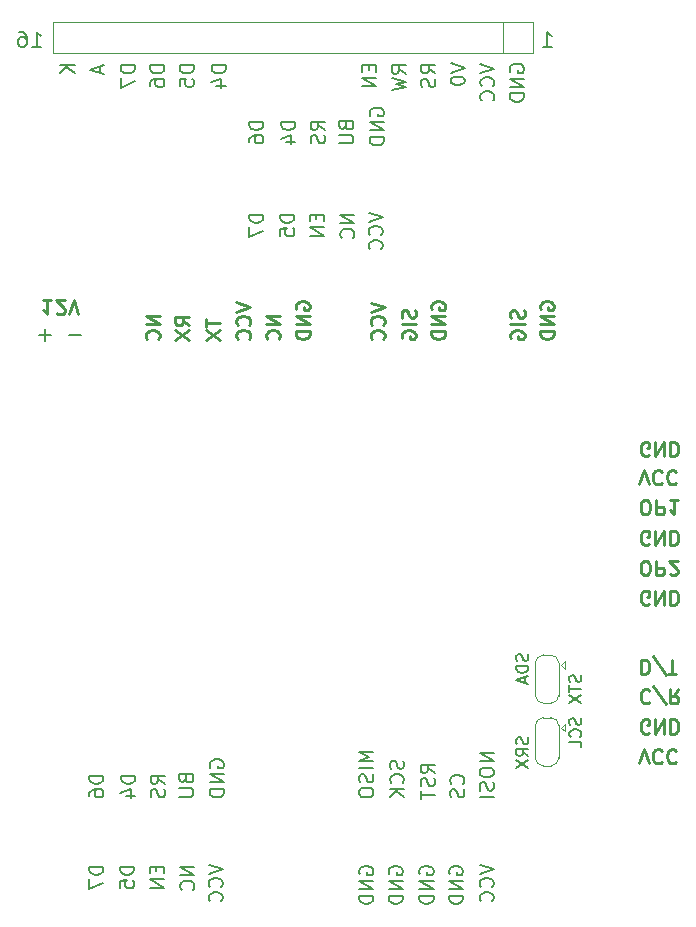
<source format=gbr>
%TF.GenerationSoftware,KiCad,Pcbnew,(6.0.6)*%
%TF.CreationDate,2022-12-21T22:14:54+09:00*%
%TF.ProjectId,SO2-GasSensor_DevelopmentKit_V1.0,534f322d-4761-4735-9365-6e736f725f44,rev?*%
%TF.SameCoordinates,Original*%
%TF.FileFunction,Legend,Bot*%
%TF.FilePolarity,Positive*%
%FSLAX46Y46*%
G04 Gerber Fmt 4.6, Leading zero omitted, Abs format (unit mm)*
G04 Created by KiCad (PCBNEW (6.0.6)) date 2022-12-21 22:14:54*
%MOMM*%
%LPD*%
G01*
G04 APERTURE LIST*
%ADD10C,0.120000*%
%ADD11C,0.250000*%
%ADD12C,0.200000*%
G04 APERTURE END LIST*
D10*
X78500000Y-96200000D02*
X81100000Y-96200000D01*
X78500000Y-98800000D02*
X81100000Y-98800000D01*
X81100000Y-96200000D02*
X81100000Y-98800000D01*
X40400000Y-98800000D02*
X78500000Y-98800000D01*
X78500000Y-98800000D02*
X78500000Y-96200000D01*
X78500000Y-96200000D02*
X40400000Y-96200000D01*
X40400000Y-96200000D02*
X40400000Y-98800000D01*
D11*
X53367857Y-121285714D02*
X53367857Y-121971428D01*
X54567857Y-121628571D02*
X53367857Y-121628571D01*
X53367857Y-122257142D02*
X54567857Y-123057142D01*
X53367857Y-123057142D02*
X54567857Y-122257142D01*
D12*
X53750000Y-159285714D02*
X53692857Y-159171428D01*
X53692857Y-159000000D01*
X53750000Y-158828571D01*
X53864285Y-158714285D01*
X53978571Y-158657142D01*
X54207142Y-158600000D01*
X54378571Y-158600000D01*
X54607142Y-158657142D01*
X54721428Y-158714285D01*
X54835714Y-158828571D01*
X54892857Y-159000000D01*
X54892857Y-159114285D01*
X54835714Y-159285714D01*
X54778571Y-159342857D01*
X54378571Y-159342857D01*
X54378571Y-159114285D01*
X54892857Y-159857142D02*
X53692857Y-159857142D01*
X54892857Y-160542857D01*
X53692857Y-160542857D01*
X54892857Y-161114285D02*
X53692857Y-161114285D01*
X53692857Y-161400000D01*
X53750000Y-161571428D01*
X53864285Y-161685714D01*
X53978571Y-161742857D01*
X54207142Y-161800000D01*
X54378571Y-161800000D01*
X54607142Y-161742857D01*
X54721428Y-161685714D01*
X54835714Y-161571428D01*
X54892857Y-161400000D01*
X54892857Y-161114285D01*
D11*
X90860714Y-140375000D02*
X90746428Y-140432142D01*
X90575000Y-140432142D01*
X90403571Y-140375000D01*
X90289285Y-140260714D01*
X90232142Y-140146428D01*
X90175000Y-139917857D01*
X90175000Y-139746428D01*
X90232142Y-139517857D01*
X90289285Y-139403571D01*
X90403571Y-139289285D01*
X90575000Y-139232142D01*
X90689285Y-139232142D01*
X90860714Y-139289285D01*
X90917857Y-139346428D01*
X90917857Y-139746428D01*
X90689285Y-139746428D01*
X91432142Y-139232142D02*
X91432142Y-140432142D01*
X92117857Y-139232142D01*
X92117857Y-140432142D01*
X92689285Y-139232142D02*
X92689285Y-140432142D01*
X92975000Y-140432142D01*
X93146428Y-140375000D01*
X93260714Y-140260714D01*
X93317857Y-140146428D01*
X93375000Y-139917857D01*
X93375000Y-139746428D01*
X93317857Y-139517857D01*
X93260714Y-139403571D01*
X93146428Y-139289285D01*
X92975000Y-139232142D01*
X92689285Y-139232142D01*
D12*
X79150000Y-100385714D02*
X79092857Y-100271428D01*
X79092857Y-100100000D01*
X79150000Y-99928571D01*
X79264285Y-99814285D01*
X79378571Y-99757142D01*
X79607142Y-99700000D01*
X79778571Y-99700000D01*
X80007142Y-99757142D01*
X80121428Y-99814285D01*
X80235714Y-99928571D01*
X80292857Y-100100000D01*
X80292857Y-100214285D01*
X80235714Y-100385714D01*
X80178571Y-100442857D01*
X79778571Y-100442857D01*
X79778571Y-100214285D01*
X80292857Y-100957142D02*
X79092857Y-100957142D01*
X80292857Y-101642857D01*
X79092857Y-101642857D01*
X80292857Y-102214285D02*
X79092857Y-102214285D01*
X79092857Y-102500000D01*
X79150000Y-102671428D01*
X79264285Y-102785714D01*
X79378571Y-102842857D01*
X79607142Y-102900000D01*
X79778571Y-102900000D01*
X80007142Y-102842857D01*
X80121428Y-102785714D01*
X80235714Y-102671428D01*
X80292857Y-102500000D01*
X80292857Y-102214285D01*
X68900000Y-168300000D02*
X68842857Y-168185714D01*
X68842857Y-168014286D01*
X68900000Y-167842857D01*
X69014285Y-167728571D01*
X69128571Y-167671428D01*
X69357142Y-167614286D01*
X69528571Y-167614286D01*
X69757142Y-167671428D01*
X69871428Y-167728571D01*
X69985714Y-167842857D01*
X70042857Y-168014286D01*
X70042857Y-168128571D01*
X69985714Y-168300000D01*
X69928571Y-168357143D01*
X69528571Y-168357143D01*
X69528571Y-168128571D01*
X70042857Y-168871428D02*
X68842857Y-168871428D01*
X70042857Y-169557143D01*
X68842857Y-169557143D01*
X70042857Y-170128571D02*
X68842857Y-170128571D01*
X68842857Y-170414286D01*
X68900000Y-170585714D01*
X69014285Y-170700000D01*
X69128571Y-170757143D01*
X69357142Y-170814286D01*
X69528571Y-170814286D01*
X69757142Y-170757143D01*
X69871428Y-170700000D01*
X69985714Y-170585714D01*
X70042857Y-170414286D01*
X70042857Y-170128571D01*
D11*
X49467857Y-121057142D02*
X48267857Y-121057142D01*
X49467857Y-121742857D01*
X48267857Y-121742857D01*
X49353571Y-123000000D02*
X49410714Y-122942857D01*
X49467857Y-122771428D01*
X49467857Y-122657142D01*
X49410714Y-122485714D01*
X49296428Y-122371428D01*
X49182142Y-122314285D01*
X48953571Y-122257142D01*
X48782142Y-122257142D01*
X48553571Y-122314285D01*
X48439285Y-122371428D01*
X48325000Y-122485714D01*
X48267857Y-122657142D01*
X48267857Y-122771428D01*
X48325000Y-122942857D01*
X48382142Y-123000000D01*
D12*
X80604761Y-149685714D02*
X80652380Y-149828571D01*
X80652380Y-150066666D01*
X80604761Y-150161904D01*
X80557142Y-150209523D01*
X80461904Y-150257142D01*
X80366666Y-150257142D01*
X80271428Y-150209523D01*
X80223809Y-150161904D01*
X80176190Y-150066666D01*
X80128571Y-149876190D01*
X80080952Y-149780952D01*
X80033333Y-149733333D01*
X79938095Y-149685714D01*
X79842857Y-149685714D01*
X79747619Y-149733333D01*
X79700000Y-149780952D01*
X79652380Y-149876190D01*
X79652380Y-150114285D01*
X79700000Y-150257142D01*
X80652380Y-150685714D02*
X79652380Y-150685714D01*
X79652380Y-150923809D01*
X79700000Y-151066666D01*
X79795238Y-151161904D01*
X79890476Y-151209523D01*
X80080952Y-151257142D01*
X80223809Y-151257142D01*
X80414285Y-151209523D01*
X80509523Y-151161904D01*
X80604761Y-151066666D01*
X80652380Y-150923809D01*
X80652380Y-150685714D01*
X80366666Y-151638095D02*
X80366666Y-152114285D01*
X80652380Y-151542857D02*
X79652380Y-151876190D01*
X80652380Y-152209523D01*
X44400000Y-99914285D02*
X44400000Y-100485714D01*
X44742857Y-99800000D02*
X43542857Y-100200000D01*
X44742857Y-100600000D01*
X85104761Y-151457142D02*
X85152380Y-151600000D01*
X85152380Y-151838095D01*
X85104761Y-151933333D01*
X85057142Y-151980952D01*
X84961904Y-152028571D01*
X84866666Y-152028571D01*
X84771428Y-151980952D01*
X84723809Y-151933333D01*
X84676190Y-151838095D01*
X84628571Y-151647619D01*
X84580952Y-151552380D01*
X84533333Y-151504761D01*
X84438095Y-151457142D01*
X84342857Y-151457142D01*
X84247619Y-151504761D01*
X84200000Y-151552380D01*
X84152380Y-151647619D01*
X84152380Y-151885714D01*
X84200000Y-152028571D01*
X84152380Y-152314285D02*
X84152380Y-152885714D01*
X85152380Y-152600000D02*
X84152380Y-152600000D01*
X84152380Y-153123809D02*
X85152380Y-153790476D01*
X84152380Y-153790476D02*
X85152380Y-153123809D01*
X53592857Y-167500000D02*
X54792857Y-167900000D01*
X53592857Y-168300000D01*
X54678571Y-169385714D02*
X54735714Y-169328571D01*
X54792857Y-169157142D01*
X54792857Y-169042857D01*
X54735714Y-168871428D01*
X54621428Y-168757142D01*
X54507142Y-168700000D01*
X54278571Y-168642857D01*
X54107142Y-168642857D01*
X53878571Y-168700000D01*
X53764285Y-168757142D01*
X53650000Y-168871428D01*
X53592857Y-169042857D01*
X53592857Y-169157142D01*
X53650000Y-169328571D01*
X53707142Y-169385714D01*
X54678571Y-170585714D02*
X54735714Y-170528571D01*
X54792857Y-170357142D01*
X54792857Y-170242857D01*
X54735714Y-170071428D01*
X54621428Y-169957142D01*
X54507142Y-169900000D01*
X54278571Y-169842857D01*
X54107142Y-169842857D01*
X53878571Y-169900000D01*
X53764285Y-169957142D01*
X53650000Y-170071428D01*
X53592857Y-170242857D01*
X53592857Y-170357142D01*
X53650000Y-170528571D01*
X53707142Y-170585714D01*
X47392857Y-159971428D02*
X46192857Y-159971428D01*
X46192857Y-160257143D01*
X46250000Y-160428571D01*
X46364285Y-160542857D01*
X46478571Y-160600000D01*
X46707142Y-160657143D01*
X46878571Y-160657143D01*
X47107142Y-160600000D01*
X47221428Y-160542857D01*
X47335714Y-160428571D01*
X47392857Y-160257143D01*
X47392857Y-159971428D01*
X46592857Y-161685714D02*
X47392857Y-161685714D01*
X46135714Y-161400000D02*
X46992857Y-161114285D01*
X46992857Y-161857143D01*
D11*
X90460713Y-137832142D02*
X90689285Y-137832142D01*
X90803570Y-137775000D01*
X90917856Y-137660714D01*
X90974999Y-137432142D01*
X90974999Y-137032142D01*
X90917856Y-136803571D01*
X90803570Y-136689285D01*
X90689285Y-136632142D01*
X90460713Y-136632142D01*
X90346428Y-136689285D01*
X90232142Y-136803571D01*
X90174999Y-137032142D01*
X90174999Y-137432142D01*
X90232142Y-137660714D01*
X90346428Y-137775000D01*
X90460713Y-137832142D01*
X91489285Y-136632142D02*
X91489285Y-137832142D01*
X91946428Y-137832142D01*
X92060713Y-137775000D01*
X92117856Y-137717857D01*
X92174999Y-137603571D01*
X92174999Y-137432142D01*
X92117856Y-137317857D01*
X92060713Y-137260714D01*
X91946428Y-137203571D01*
X91489285Y-137203571D01*
X93317856Y-136632142D02*
X92632142Y-136632142D01*
X92974999Y-136632142D02*
X92974999Y-137832142D01*
X92860713Y-137660714D01*
X92746428Y-137546428D01*
X92632142Y-137489285D01*
D12*
X42795238Y-122667857D02*
X41804761Y-122667857D01*
X44692857Y-159971428D02*
X43492857Y-159971428D01*
X43492857Y-160257143D01*
X43550000Y-160428571D01*
X43664285Y-160542857D01*
X43778571Y-160600000D01*
X44007142Y-160657143D01*
X44178571Y-160657143D01*
X44407142Y-160600000D01*
X44521428Y-160542857D01*
X44635714Y-160428571D01*
X44692857Y-160257143D01*
X44692857Y-159971428D01*
X43492857Y-161685714D02*
X43492857Y-161457143D01*
X43550000Y-161342857D01*
X43607142Y-161285714D01*
X43778571Y-161171428D01*
X44007142Y-161114285D01*
X44464285Y-161114285D01*
X44578571Y-161171428D01*
X44635714Y-161228571D01*
X44692857Y-161342857D01*
X44692857Y-161571428D01*
X44635714Y-161685714D01*
X44578571Y-161742857D01*
X44464285Y-161800000D01*
X44178571Y-161800000D01*
X44064285Y-161742857D01*
X44007142Y-161685714D01*
X43950000Y-161571428D01*
X43950000Y-161342857D01*
X44007142Y-161228571D01*
X44064285Y-161171428D01*
X44178571Y-161114285D01*
X72792857Y-100511905D02*
X72221428Y-100111905D01*
X72792857Y-99826190D02*
X71592857Y-99826190D01*
X71592857Y-100283333D01*
X71650000Y-100397619D01*
X71707142Y-100454762D01*
X71821428Y-100511905D01*
X71992857Y-100511905D01*
X72107142Y-100454762D01*
X72164285Y-100397619D01*
X72221428Y-100283333D01*
X72221428Y-99826190D01*
X72735714Y-100969047D02*
X72792857Y-101140476D01*
X72792857Y-101426190D01*
X72735714Y-101540476D01*
X72678571Y-101597619D01*
X72564285Y-101654762D01*
X72450000Y-101654762D01*
X72335714Y-101597619D01*
X72278571Y-101540476D01*
X72221428Y-101426190D01*
X72164285Y-101197619D01*
X72107142Y-101083333D01*
X72050000Y-101026190D01*
X71935714Y-100969047D01*
X71821428Y-100969047D01*
X71707142Y-101026190D01*
X71650000Y-101083333D01*
X71592857Y-101197619D01*
X71592857Y-101483333D01*
X71650000Y-101654762D01*
X62714285Y-112471428D02*
X62714285Y-112871428D01*
X63342857Y-113042857D02*
X63342857Y-112471428D01*
X62142857Y-112471428D01*
X62142857Y-113042857D01*
X63342857Y-113557143D02*
X62142857Y-113557143D01*
X63342857Y-114242857D01*
X62142857Y-114242857D01*
X80604761Y-156738095D02*
X80652380Y-156880952D01*
X80652380Y-157119047D01*
X80604761Y-157214285D01*
X80557142Y-157261904D01*
X80461904Y-157309523D01*
X80366666Y-157309523D01*
X80271428Y-157261904D01*
X80223809Y-157214285D01*
X80176190Y-157119047D01*
X80128571Y-156928571D01*
X80080952Y-156833333D01*
X80033333Y-156785714D01*
X79938095Y-156738095D01*
X79842857Y-156738095D01*
X79747619Y-156785714D01*
X79700000Y-156833333D01*
X79652380Y-156928571D01*
X79652380Y-157166666D01*
X79700000Y-157309523D01*
X80652380Y-158309523D02*
X80176190Y-157976190D01*
X80652380Y-157738095D02*
X79652380Y-157738095D01*
X79652380Y-158119047D01*
X79700000Y-158214285D01*
X79747619Y-158261904D01*
X79842857Y-158309523D01*
X79985714Y-158309523D01*
X80080952Y-158261904D01*
X80128571Y-158214285D01*
X80176190Y-158119047D01*
X80176190Y-157738095D01*
X79652380Y-158642857D02*
X80652380Y-159309523D01*
X79652380Y-159309523D02*
X80652380Y-158642857D01*
D11*
X90860714Y-132850000D02*
X90746428Y-132907142D01*
X90575000Y-132907142D01*
X90403571Y-132850000D01*
X90289285Y-132735714D01*
X90232142Y-132621428D01*
X90175000Y-132392857D01*
X90175000Y-132221428D01*
X90232142Y-131992857D01*
X90289285Y-131878571D01*
X90403571Y-131764285D01*
X90575000Y-131707142D01*
X90689285Y-131707142D01*
X90860714Y-131764285D01*
X90917857Y-131821428D01*
X90917857Y-132221428D01*
X90689285Y-132221428D01*
X91432142Y-131707142D02*
X91432142Y-132907142D01*
X92117857Y-131707142D01*
X92117857Y-132907142D01*
X92689285Y-131707142D02*
X92689285Y-132907142D01*
X92975000Y-132907142D01*
X93146428Y-132850000D01*
X93260714Y-132735714D01*
X93317857Y-132621428D01*
X93375000Y-132392857D01*
X93375000Y-132221428D01*
X93317857Y-131992857D01*
X93260714Y-131878571D01*
X93146428Y-131764285D01*
X92975000Y-131707142D01*
X92689285Y-131707142D01*
D12*
X72742857Y-159742857D02*
X72171428Y-159342857D01*
X72742857Y-159057142D02*
X71542857Y-159057142D01*
X71542857Y-159514285D01*
X71600000Y-159628571D01*
X71657142Y-159685714D01*
X71771428Y-159742857D01*
X71942857Y-159742857D01*
X72057142Y-159685714D01*
X72114285Y-159628571D01*
X72171428Y-159514285D01*
X72171428Y-159057142D01*
X72685714Y-160200000D02*
X72742857Y-160371428D01*
X72742857Y-160657142D01*
X72685714Y-160771428D01*
X72628571Y-160828571D01*
X72514285Y-160885714D01*
X72400000Y-160885714D01*
X72285714Y-160828571D01*
X72228571Y-160771428D01*
X72171428Y-160657142D01*
X72114285Y-160428571D01*
X72057142Y-160314285D01*
X72000000Y-160257142D01*
X71885714Y-160200000D01*
X71771428Y-160200000D01*
X71657142Y-160257142D01*
X71600000Y-160314285D01*
X71542857Y-160428571D01*
X71542857Y-160714285D01*
X71600000Y-160885714D01*
X71542857Y-161228571D02*
X71542857Y-161914285D01*
X72742857Y-161571428D02*
X71542857Y-161571428D01*
D11*
X90060714Y-158932142D02*
X90460714Y-157732142D01*
X90860714Y-158932142D01*
X91946428Y-157846428D02*
X91889285Y-157789285D01*
X91717856Y-157732142D01*
X91603571Y-157732142D01*
X91432142Y-157789285D01*
X91317856Y-157903571D01*
X91260714Y-158017857D01*
X91203571Y-158246428D01*
X91203571Y-158417857D01*
X91260714Y-158646428D01*
X91317856Y-158760714D01*
X91432142Y-158875000D01*
X91603571Y-158932142D01*
X91717856Y-158932142D01*
X91889285Y-158875000D01*
X91946428Y-158817857D01*
X93146428Y-157846428D02*
X93089285Y-157789285D01*
X92917856Y-157732142D01*
X92803571Y-157732142D01*
X92632142Y-157789285D01*
X92517856Y-157903571D01*
X92460714Y-158017857D01*
X92403571Y-158246428D01*
X92403571Y-158417857D01*
X92460714Y-158646428D01*
X92517856Y-158760714D01*
X92632142Y-158875000D01*
X92803571Y-158932142D01*
X92917856Y-158932142D01*
X93089285Y-158875000D01*
X93146428Y-158817857D01*
D12*
X77742857Y-158085714D02*
X76542857Y-158085714D01*
X77742857Y-158771428D01*
X76542857Y-158771428D01*
X76542857Y-159571428D02*
X76542857Y-159800000D01*
X76600000Y-159914286D01*
X76714285Y-160028571D01*
X76942857Y-160085714D01*
X77342857Y-160085714D01*
X77571428Y-160028571D01*
X77685714Y-159914286D01*
X77742857Y-159800000D01*
X77742857Y-159571428D01*
X77685714Y-159457143D01*
X77571428Y-159342857D01*
X77342857Y-159285714D01*
X76942857Y-159285714D01*
X76714285Y-159342857D01*
X76600000Y-159457143D01*
X76542857Y-159571428D01*
X77685714Y-160542857D02*
X77742857Y-160714286D01*
X77742857Y-161000000D01*
X77685714Y-161114286D01*
X77628571Y-161171428D01*
X77514285Y-161228571D01*
X77400000Y-161228571D01*
X77285714Y-161171428D01*
X77228571Y-161114286D01*
X77171428Y-161000000D01*
X77114285Y-160771428D01*
X77057142Y-160657143D01*
X77000000Y-160600000D01*
X76885714Y-160542857D01*
X76771428Y-160542857D01*
X76657142Y-160600000D01*
X76600000Y-160657143D01*
X76542857Y-160771428D01*
X76542857Y-161057143D01*
X76600000Y-161228571D01*
X77742857Y-161742857D02*
X76542857Y-161742857D01*
X58242857Y-104614285D02*
X57042857Y-104614285D01*
X57042857Y-104900000D01*
X57100000Y-105071428D01*
X57214285Y-105185714D01*
X57328571Y-105242857D01*
X57557142Y-105300000D01*
X57728571Y-105300000D01*
X57957142Y-105242857D01*
X58071428Y-105185714D01*
X58185714Y-105071428D01*
X58242857Y-104900000D01*
X58242857Y-104614285D01*
X57042857Y-106328571D02*
X57042857Y-106100000D01*
X57100000Y-105985714D01*
X57157142Y-105928571D01*
X57328571Y-105814285D01*
X57557142Y-105757142D01*
X58014285Y-105757142D01*
X58128571Y-105814285D01*
X58185714Y-105871428D01*
X58242857Y-105985714D01*
X58242857Y-106214285D01*
X58185714Y-106328571D01*
X58128571Y-106385714D01*
X58014285Y-106442857D01*
X57728571Y-106442857D01*
X57614285Y-106385714D01*
X57557142Y-106328571D01*
X57500000Y-106214285D01*
X57500000Y-105985714D01*
X57557142Y-105871428D01*
X57614285Y-105814285D01*
X57728571Y-105757142D01*
D11*
X90460713Y-142982142D02*
X90689285Y-142982142D01*
X90803570Y-142925000D01*
X90917856Y-142810714D01*
X90974999Y-142582142D01*
X90974999Y-142182142D01*
X90917856Y-141953571D01*
X90803570Y-141839285D01*
X90689285Y-141782142D01*
X90460713Y-141782142D01*
X90346428Y-141839285D01*
X90232142Y-141953571D01*
X90174999Y-142182142D01*
X90174999Y-142582142D01*
X90232142Y-142810714D01*
X90346428Y-142925000D01*
X90460713Y-142982142D01*
X91489285Y-141782142D02*
X91489285Y-142982142D01*
X91946428Y-142982142D01*
X92060713Y-142925000D01*
X92117856Y-142867857D01*
X92174999Y-142753571D01*
X92174999Y-142582142D01*
X92117856Y-142467857D01*
X92060713Y-142410714D01*
X91946428Y-142353571D01*
X91489285Y-142353571D01*
X92632142Y-142867857D02*
X92689285Y-142925000D01*
X92803570Y-142982142D01*
X93089285Y-142982142D01*
X93203570Y-142925000D01*
X93260713Y-142867857D01*
X93317856Y-142753571D01*
X93317856Y-142639285D01*
X93260713Y-142467857D01*
X92574999Y-141782142D01*
X93317856Y-141782142D01*
D12*
X70085714Y-158714285D02*
X70142857Y-158885714D01*
X70142857Y-159171428D01*
X70085714Y-159285714D01*
X70028571Y-159342857D01*
X69914285Y-159400000D01*
X69800000Y-159400000D01*
X69685714Y-159342857D01*
X69628571Y-159285714D01*
X69571428Y-159171428D01*
X69514285Y-158942857D01*
X69457142Y-158828571D01*
X69400000Y-158771428D01*
X69285714Y-158714285D01*
X69171428Y-158714285D01*
X69057142Y-158771428D01*
X69000000Y-158828571D01*
X68942857Y-158942857D01*
X68942857Y-159228571D01*
X69000000Y-159400000D01*
X70028571Y-160600000D02*
X70085714Y-160542857D01*
X70142857Y-160371428D01*
X70142857Y-160257143D01*
X70085714Y-160085714D01*
X69971428Y-159971428D01*
X69857142Y-159914285D01*
X69628571Y-159857143D01*
X69457142Y-159857143D01*
X69228571Y-159914285D01*
X69114285Y-159971428D01*
X69000000Y-160085714D01*
X68942857Y-160257143D01*
X68942857Y-160371428D01*
X69000000Y-160542857D01*
X69057142Y-160600000D01*
X70142857Y-161114285D02*
X68942857Y-161114285D01*
X70142857Y-161800000D02*
X69457142Y-161285714D01*
X68942857Y-161800000D02*
X69628571Y-161114285D01*
X55042857Y-99826190D02*
X53842857Y-99826190D01*
X53842857Y-100111905D01*
X53900000Y-100283333D01*
X54014285Y-100397619D01*
X54128571Y-100454762D01*
X54357142Y-100511905D01*
X54528571Y-100511905D01*
X54757142Y-100454762D01*
X54871428Y-100397619D01*
X54985714Y-100283333D01*
X55042857Y-100111905D01*
X55042857Y-99826190D01*
X54242857Y-101540476D02*
X55042857Y-101540476D01*
X53785714Y-101254762D02*
X54642857Y-100969047D01*
X54642857Y-101711905D01*
D11*
X71085714Y-120542856D02*
X71142857Y-120714285D01*
X71142857Y-120999999D01*
X71085714Y-121114285D01*
X71028571Y-121171428D01*
X70914285Y-121228570D01*
X70800000Y-121228570D01*
X70685714Y-121171428D01*
X70628571Y-121114285D01*
X70571428Y-120999999D01*
X70514285Y-120771428D01*
X70457142Y-120657142D01*
X70400000Y-120599999D01*
X70285714Y-120542856D01*
X70171428Y-120542856D01*
X70057142Y-120599999D01*
X70000000Y-120657142D01*
X69942857Y-120771428D01*
X69942857Y-121057142D01*
X70000000Y-121228570D01*
X71142857Y-121742856D02*
X69942857Y-121742856D01*
X70000000Y-122942856D02*
X69942857Y-122828570D01*
X69942857Y-122657142D01*
X70000000Y-122485713D01*
X70114285Y-122371428D01*
X70228571Y-122314285D01*
X70457142Y-122257142D01*
X70628571Y-122257142D01*
X70857142Y-122314285D01*
X70971428Y-122371428D01*
X71085714Y-122485713D01*
X71142857Y-122657142D01*
X71142857Y-122771428D01*
X71085714Y-122942856D01*
X71028571Y-122999999D01*
X70628571Y-122999999D01*
X70628571Y-122771428D01*
D12*
X65942857Y-112471428D02*
X64742857Y-112471428D01*
X65942857Y-113157143D01*
X64742857Y-113157143D01*
X65828571Y-114414286D02*
X65885714Y-114357143D01*
X65942857Y-114185714D01*
X65942857Y-114071428D01*
X65885714Y-113900000D01*
X65771428Y-113785714D01*
X65657142Y-113728571D01*
X65428571Y-113671428D01*
X65257142Y-113671428D01*
X65028571Y-113728571D01*
X64914285Y-113785714D01*
X64800000Y-113900000D01*
X64742857Y-114071428D01*
X64742857Y-114185714D01*
X64800000Y-114357143D01*
X64857142Y-114414286D01*
D11*
X90860714Y-145450000D02*
X90746428Y-145507142D01*
X90575000Y-145507142D01*
X90403571Y-145450000D01*
X90289285Y-145335714D01*
X90232142Y-145221428D01*
X90175000Y-144992857D01*
X90175000Y-144821428D01*
X90232142Y-144592857D01*
X90289285Y-144478571D01*
X90403571Y-144364285D01*
X90575000Y-144307142D01*
X90689285Y-144307142D01*
X90860714Y-144364285D01*
X90917857Y-144421428D01*
X90917857Y-144821428D01*
X90689285Y-144821428D01*
X91432142Y-144307142D02*
X91432142Y-145507142D01*
X92117857Y-144307142D01*
X92117857Y-145507142D01*
X92689285Y-144307142D02*
X92689285Y-145507142D01*
X92975000Y-145507142D01*
X93146428Y-145450000D01*
X93260714Y-145335714D01*
X93317857Y-145221428D01*
X93375000Y-144992857D01*
X93375000Y-144821428D01*
X93317857Y-144592857D01*
X93260714Y-144478571D01*
X93146428Y-144364285D01*
X92975000Y-144307142D01*
X92689285Y-144307142D01*
D12*
X65214285Y-104957142D02*
X65271428Y-105128571D01*
X65328571Y-105185714D01*
X65442857Y-105242857D01*
X65614285Y-105242857D01*
X65728571Y-105185714D01*
X65785714Y-105128571D01*
X65842857Y-105014285D01*
X65842857Y-104557142D01*
X64642857Y-104557142D01*
X64642857Y-104957142D01*
X64700000Y-105071428D01*
X64757142Y-105128571D01*
X64871428Y-105185714D01*
X64985714Y-105185714D01*
X65100000Y-105128571D01*
X65157142Y-105071428D01*
X65214285Y-104957142D01*
X65214285Y-104557142D01*
X64642857Y-105757142D02*
X65614285Y-105757142D01*
X65728571Y-105814285D01*
X65785714Y-105871428D01*
X65842857Y-105985714D01*
X65842857Y-106214285D01*
X65785714Y-106328571D01*
X65728571Y-106385714D01*
X65614285Y-106442857D01*
X64642857Y-106442857D01*
X74000000Y-168300000D02*
X73942857Y-168185714D01*
X73942857Y-168014286D01*
X74000000Y-167842857D01*
X74114285Y-167728571D01*
X74228571Y-167671428D01*
X74457142Y-167614286D01*
X74628571Y-167614286D01*
X74857142Y-167671428D01*
X74971428Y-167728571D01*
X75085714Y-167842857D01*
X75142857Y-168014286D01*
X75142857Y-168128571D01*
X75085714Y-168300000D01*
X75028571Y-168357143D01*
X74628571Y-168357143D01*
X74628571Y-168128571D01*
X75142857Y-168871428D02*
X73942857Y-168871428D01*
X75142857Y-169557143D01*
X73942857Y-169557143D01*
X75142857Y-170128571D02*
X73942857Y-170128571D01*
X73942857Y-170414286D01*
X74000000Y-170585714D01*
X74114285Y-170700000D01*
X74228571Y-170757143D01*
X74457142Y-170814286D01*
X74628571Y-170814286D01*
X74857142Y-170757143D01*
X74971428Y-170700000D01*
X75085714Y-170585714D01*
X75142857Y-170414286D01*
X75142857Y-170128571D01*
D11*
X90060714Y-135307142D02*
X90460714Y-134107142D01*
X90860714Y-135307142D01*
X91946428Y-134221428D02*
X91889285Y-134164285D01*
X91717856Y-134107142D01*
X91603571Y-134107142D01*
X91432142Y-134164285D01*
X91317856Y-134278571D01*
X91260714Y-134392857D01*
X91203571Y-134621428D01*
X91203571Y-134792857D01*
X91260714Y-135021428D01*
X91317856Y-135135714D01*
X91432142Y-135250000D01*
X91603571Y-135307142D01*
X91717856Y-135307142D01*
X91889285Y-135250000D01*
X91946428Y-135192857D01*
X93146428Y-134221428D02*
X93089285Y-134164285D01*
X92917856Y-134107142D01*
X92803571Y-134107142D01*
X92632142Y-134164285D01*
X92517856Y-134278571D01*
X92460714Y-134392857D01*
X92403571Y-134621428D01*
X92403571Y-134792857D01*
X92460714Y-135021428D01*
X92517856Y-135135714D01*
X92632142Y-135250000D01*
X92803571Y-135307142D01*
X92917856Y-135307142D01*
X93089285Y-135250000D01*
X93146428Y-135192857D01*
D12*
X60842857Y-112471428D02*
X59642857Y-112471428D01*
X59642857Y-112757143D01*
X59700000Y-112928571D01*
X59814285Y-113042857D01*
X59928571Y-113100000D01*
X60157142Y-113157143D01*
X60328571Y-113157143D01*
X60557142Y-113100000D01*
X60671428Y-113042857D01*
X60785714Y-112928571D01*
X60842857Y-112757143D01*
X60842857Y-112471428D01*
X59642857Y-114242857D02*
X59642857Y-113671428D01*
X60214285Y-113614285D01*
X60157142Y-113671428D01*
X60100000Y-113785714D01*
X60100000Y-114071428D01*
X60157142Y-114185714D01*
X60214285Y-114242857D01*
X60328571Y-114300000D01*
X60614285Y-114300000D01*
X60728571Y-114242857D01*
X60785714Y-114185714D01*
X60842857Y-114071428D01*
X60842857Y-113785714D01*
X60785714Y-113671428D01*
X60728571Y-113614285D01*
D11*
X80285714Y-120542856D02*
X80342857Y-120714285D01*
X80342857Y-120999999D01*
X80285714Y-121114285D01*
X80228571Y-121171428D01*
X80114285Y-121228570D01*
X80000000Y-121228570D01*
X79885714Y-121171428D01*
X79828571Y-121114285D01*
X79771428Y-120999999D01*
X79714285Y-120771428D01*
X79657142Y-120657142D01*
X79600000Y-120599999D01*
X79485714Y-120542856D01*
X79371428Y-120542856D01*
X79257142Y-120599999D01*
X79200000Y-120657142D01*
X79142857Y-120771428D01*
X79142857Y-121057142D01*
X79200000Y-121228570D01*
X80342857Y-121742856D02*
X79142857Y-121742856D01*
X79200000Y-122942856D02*
X79142857Y-122828570D01*
X79142857Y-122657142D01*
X79200000Y-122485713D01*
X79314285Y-122371428D01*
X79428571Y-122314285D01*
X79657142Y-122257142D01*
X79828571Y-122257142D01*
X80057142Y-122314285D01*
X80171428Y-122371428D01*
X80285714Y-122485713D01*
X80342857Y-122657142D01*
X80342857Y-122771428D01*
X80285714Y-122942856D01*
X80228571Y-122999999D01*
X79828571Y-122999999D01*
X79828571Y-122771428D01*
D12*
X44692857Y-167671428D02*
X43492857Y-167671428D01*
X43492857Y-167957143D01*
X43550000Y-168128571D01*
X43664285Y-168242857D01*
X43778571Y-168300000D01*
X44007142Y-168357143D01*
X44178571Y-168357143D01*
X44407142Y-168300000D01*
X44521428Y-168242857D01*
X44635714Y-168128571D01*
X44692857Y-167957143D01*
X44692857Y-167671428D01*
X43492857Y-168757143D02*
X43492857Y-169557143D01*
X44692857Y-169042857D01*
X76542857Y-167500000D02*
X77742857Y-167900000D01*
X76542857Y-168300000D01*
X77628571Y-169385714D02*
X77685714Y-169328571D01*
X77742857Y-169157142D01*
X77742857Y-169042857D01*
X77685714Y-168871428D01*
X77571428Y-168757142D01*
X77457142Y-168700000D01*
X77228571Y-168642857D01*
X77057142Y-168642857D01*
X76828571Y-168700000D01*
X76714285Y-168757142D01*
X76600000Y-168871428D01*
X76542857Y-169042857D01*
X76542857Y-169157142D01*
X76600000Y-169328571D01*
X76657142Y-169385714D01*
X77628571Y-170585714D02*
X77685714Y-170528571D01*
X77742857Y-170357142D01*
X77742857Y-170242857D01*
X77685714Y-170071428D01*
X77571428Y-169957142D01*
X77457142Y-169900000D01*
X77228571Y-169842857D01*
X77057142Y-169842857D01*
X76828571Y-169900000D01*
X76714285Y-169957142D01*
X76600000Y-170071428D01*
X76542857Y-170242857D01*
X76542857Y-170357142D01*
X76600000Y-170528571D01*
X76657142Y-170585714D01*
D11*
X51967857Y-121857143D02*
X51396428Y-121457143D01*
X51967857Y-121171428D02*
X50767857Y-121171428D01*
X50767857Y-121628571D01*
X50825000Y-121742857D01*
X50882142Y-121800000D01*
X50996428Y-121857143D01*
X51167857Y-121857143D01*
X51282142Y-121800000D01*
X51339285Y-121742857D01*
X51396428Y-121628571D01*
X51396428Y-121171428D01*
X50767857Y-122257143D02*
X51967857Y-123057143D01*
X50767857Y-123057143D02*
X51967857Y-122257143D01*
X72500000Y-120485714D02*
X72442857Y-120371428D01*
X72442857Y-120200000D01*
X72500000Y-120028571D01*
X72614285Y-119914285D01*
X72728571Y-119857142D01*
X72957142Y-119800000D01*
X73128571Y-119800000D01*
X73357142Y-119857142D01*
X73471428Y-119914285D01*
X73585714Y-120028571D01*
X73642857Y-120200000D01*
X73642857Y-120314285D01*
X73585714Y-120485714D01*
X73528571Y-120542857D01*
X73128571Y-120542857D01*
X73128571Y-120314285D01*
X73642857Y-121057142D02*
X72442857Y-121057142D01*
X73642857Y-121742857D01*
X72442857Y-121742857D01*
X73642857Y-122314285D02*
X72442857Y-122314285D01*
X72442857Y-122600000D01*
X72500000Y-122771428D01*
X72614285Y-122885714D01*
X72728571Y-122942857D01*
X72957142Y-123000000D01*
X73128571Y-123000000D01*
X73357142Y-122942857D01*
X73471428Y-122885714D01*
X73585714Y-122771428D01*
X73642857Y-122600000D01*
X73642857Y-122314285D01*
D12*
X52342857Y-99826190D02*
X51142857Y-99826190D01*
X51142857Y-100111905D01*
X51200000Y-100283333D01*
X51314285Y-100397619D01*
X51428571Y-100454762D01*
X51657142Y-100511905D01*
X51828571Y-100511905D01*
X52057142Y-100454762D01*
X52171428Y-100397619D01*
X52285714Y-100283333D01*
X52342857Y-100111905D01*
X52342857Y-99826190D01*
X51142857Y-101597619D02*
X51142857Y-101026190D01*
X51714285Y-100969047D01*
X51657142Y-101026190D01*
X51600000Y-101140476D01*
X51600000Y-101426190D01*
X51657142Y-101540476D01*
X51714285Y-101597619D01*
X51828571Y-101654762D01*
X52114285Y-101654762D01*
X52228571Y-101597619D01*
X52285714Y-101540476D01*
X52342857Y-101426190D01*
X52342857Y-101140476D01*
X52285714Y-101026190D01*
X52228571Y-100969047D01*
X49842857Y-99826190D02*
X48642857Y-99826190D01*
X48642857Y-100111905D01*
X48700000Y-100283333D01*
X48814285Y-100397619D01*
X48928571Y-100454762D01*
X49157142Y-100511905D01*
X49328571Y-100511905D01*
X49557142Y-100454762D01*
X49671428Y-100397619D01*
X49785714Y-100283333D01*
X49842857Y-100111905D01*
X49842857Y-99826190D01*
X48642857Y-101540476D02*
X48642857Y-101311905D01*
X48700000Y-101197619D01*
X48757142Y-101140476D01*
X48928571Y-101026190D01*
X49157142Y-100969047D01*
X49614285Y-100969047D01*
X49728571Y-101026190D01*
X49785714Y-101083333D01*
X49842857Y-101197619D01*
X49842857Y-101426190D01*
X49785714Y-101540476D01*
X49728571Y-101597619D01*
X49614285Y-101654762D01*
X49328571Y-101654762D01*
X49214285Y-101597619D01*
X49157142Y-101540476D01*
X49100000Y-101426190D01*
X49100000Y-101197619D01*
X49157142Y-101083333D01*
X49214285Y-101026190D01*
X49328571Y-100969047D01*
X60942857Y-104614285D02*
X59742857Y-104614285D01*
X59742857Y-104900000D01*
X59800000Y-105071428D01*
X59914285Y-105185714D01*
X60028571Y-105242857D01*
X60257142Y-105300000D01*
X60428571Y-105300000D01*
X60657142Y-105242857D01*
X60771428Y-105185714D01*
X60885714Y-105071428D01*
X60942857Y-104900000D01*
X60942857Y-104614285D01*
X60142857Y-106328571D02*
X60942857Y-106328571D01*
X59685714Y-106042857D02*
X60542857Y-105757142D01*
X60542857Y-106500000D01*
X40220238Y-122667857D02*
X39229761Y-122667857D01*
X39725000Y-123163095D02*
X39725000Y-122172619D01*
X70292857Y-100521428D02*
X69721428Y-100121428D01*
X70292857Y-99835714D02*
X69092857Y-99835714D01*
X69092857Y-100292856D01*
X69150000Y-100407142D01*
X69207142Y-100464285D01*
X69321428Y-100521428D01*
X69492857Y-100521428D01*
X69607142Y-100464285D01*
X69664285Y-100407142D01*
X69721428Y-100292856D01*
X69721428Y-99835714D01*
X69092857Y-100921428D02*
X70292857Y-101207142D01*
X69435714Y-101435714D01*
X70292857Y-101664285D01*
X69092857Y-101949999D01*
X81898571Y-98268095D02*
X82641428Y-98268095D01*
X82270000Y-98268095D02*
X82270000Y-96968095D01*
X82393809Y-97153809D01*
X82517619Y-97277619D01*
X82641428Y-97339523D01*
X67542857Y-157971428D02*
X66342857Y-157971428D01*
X67200000Y-158371428D01*
X66342857Y-158771428D01*
X67542857Y-158771428D01*
X67542857Y-159342857D02*
X66342857Y-159342857D01*
X67485714Y-159857143D02*
X67542857Y-160028571D01*
X67542857Y-160314285D01*
X67485714Y-160428571D01*
X67428571Y-160485714D01*
X67314285Y-160542857D01*
X67200000Y-160542857D01*
X67085714Y-160485714D01*
X67028571Y-160428571D01*
X66971428Y-160314285D01*
X66914285Y-160085714D01*
X66857142Y-159971428D01*
X66800000Y-159914285D01*
X66685714Y-159857143D01*
X66571428Y-159857143D01*
X66457142Y-159914285D01*
X66400000Y-159971428D01*
X66342857Y-160085714D01*
X66342857Y-160371428D01*
X66400000Y-160542857D01*
X66342857Y-161285714D02*
X66342857Y-161514285D01*
X66400000Y-161628571D01*
X66514285Y-161742857D01*
X66742857Y-161800000D01*
X67142857Y-161800000D01*
X67371428Y-161742857D01*
X67485714Y-161628571D01*
X67542857Y-161514285D01*
X67542857Y-161285714D01*
X67485714Y-161171428D01*
X67371428Y-161057143D01*
X67142857Y-161000000D01*
X66742857Y-161000000D01*
X66514285Y-161057143D01*
X66400000Y-161171428D01*
X66342857Y-161285714D01*
D11*
X81700000Y-120485714D02*
X81642857Y-120371428D01*
X81642857Y-120200000D01*
X81700000Y-120028571D01*
X81814285Y-119914285D01*
X81928571Y-119857142D01*
X82157142Y-119800000D01*
X82328571Y-119800000D01*
X82557142Y-119857142D01*
X82671428Y-119914285D01*
X82785714Y-120028571D01*
X82842857Y-120200000D01*
X82842857Y-120314285D01*
X82785714Y-120485714D01*
X82728571Y-120542857D01*
X82328571Y-120542857D01*
X82328571Y-120314285D01*
X82842857Y-121057142D02*
X81642857Y-121057142D01*
X82842857Y-121742857D01*
X81642857Y-121742857D01*
X82842857Y-122314285D02*
X81642857Y-122314285D01*
X81642857Y-122600000D01*
X81700000Y-122771428D01*
X81814285Y-122885714D01*
X81928571Y-122942857D01*
X82157142Y-123000000D01*
X82328571Y-123000000D01*
X82557142Y-122942857D01*
X82671428Y-122885714D01*
X82785714Y-122771428D01*
X82842857Y-122600000D01*
X82842857Y-122314285D01*
D12*
X47292857Y-167671428D02*
X46092857Y-167671428D01*
X46092857Y-167957143D01*
X46150000Y-168128571D01*
X46264285Y-168242857D01*
X46378571Y-168300000D01*
X46607142Y-168357143D01*
X46778571Y-168357143D01*
X47007142Y-168300000D01*
X47121428Y-168242857D01*
X47235714Y-168128571D01*
X47292857Y-167957143D01*
X47292857Y-167671428D01*
X46092857Y-169442857D02*
X46092857Y-168871428D01*
X46664285Y-168814285D01*
X46607142Y-168871428D01*
X46550000Y-168985714D01*
X46550000Y-169271428D01*
X46607142Y-169385714D01*
X46664285Y-169442857D01*
X46778571Y-169500000D01*
X47064285Y-169500000D01*
X47178571Y-169442857D01*
X47235714Y-169385714D01*
X47292857Y-169271428D01*
X47292857Y-168985714D01*
X47235714Y-168871428D01*
X47178571Y-168814285D01*
X75128571Y-160657143D02*
X75185714Y-160600000D01*
X75242857Y-160428571D01*
X75242857Y-160314285D01*
X75185714Y-160142857D01*
X75071428Y-160028571D01*
X74957142Y-159971428D01*
X74728571Y-159914285D01*
X74557142Y-159914285D01*
X74328571Y-159971428D01*
X74214285Y-160028571D01*
X74100000Y-160142857D01*
X74042857Y-160314285D01*
X74042857Y-160428571D01*
X74100000Y-160600000D01*
X74157142Y-160657143D01*
X75185714Y-161114285D02*
X75242857Y-161285714D01*
X75242857Y-161571428D01*
X75185714Y-161685714D01*
X75128571Y-161742857D01*
X75014285Y-161800000D01*
X74900000Y-161800000D01*
X74785714Y-161742857D01*
X74728571Y-161685714D01*
X74671428Y-161571428D01*
X74614285Y-161342857D01*
X74557142Y-161228571D01*
X74500000Y-161171428D01*
X74385714Y-161114285D01*
X74271428Y-161114285D01*
X74157142Y-161171428D01*
X74100000Y-161228571D01*
X74042857Y-161342857D01*
X74042857Y-161628571D01*
X74100000Y-161800000D01*
X49164285Y-167671428D02*
X49164285Y-168071428D01*
X49792857Y-168242857D02*
X49792857Y-167671428D01*
X48592857Y-167671428D01*
X48592857Y-168242857D01*
X49792857Y-168757143D02*
X48592857Y-168757143D01*
X49792857Y-169442857D01*
X48592857Y-169442857D01*
D11*
X90917857Y-152771428D02*
X90860714Y-152714285D01*
X90689285Y-152657142D01*
X90575000Y-152657142D01*
X90403571Y-152714285D01*
X90289285Y-152828571D01*
X90232142Y-152942857D01*
X90175000Y-153171428D01*
X90175000Y-153342857D01*
X90232142Y-153571428D01*
X90289285Y-153685714D01*
X90403571Y-153800000D01*
X90575000Y-153857142D01*
X90689285Y-153857142D01*
X90860714Y-153800000D01*
X90917857Y-153742857D01*
X92289285Y-153914285D02*
X91260714Y-152371428D01*
X93375000Y-152657142D02*
X92975000Y-153228571D01*
X92689285Y-152657142D02*
X92689285Y-153857142D01*
X93146428Y-153857142D01*
X93260714Y-153800000D01*
X93317857Y-153742857D01*
X93375000Y-153628571D01*
X93375000Y-153457142D01*
X93317857Y-153342857D01*
X93260714Y-153285714D01*
X93146428Y-153228571D01*
X92689285Y-153228571D01*
X67317857Y-119914286D02*
X68517857Y-120314286D01*
X67317857Y-120714286D01*
X68403571Y-121800000D02*
X68460714Y-121742857D01*
X68517857Y-121571428D01*
X68517857Y-121457143D01*
X68460714Y-121285714D01*
X68346428Y-121171428D01*
X68232142Y-121114286D01*
X68003571Y-121057143D01*
X67832142Y-121057143D01*
X67603571Y-121114286D01*
X67489285Y-121171428D01*
X67375000Y-121285714D01*
X67317857Y-121457143D01*
X67317857Y-121571428D01*
X67375000Y-121742857D01*
X67432142Y-121800000D01*
X68403571Y-123000000D02*
X68460714Y-122942857D01*
X68517857Y-122771428D01*
X68517857Y-122657143D01*
X68460714Y-122485714D01*
X68346428Y-122371428D01*
X68232142Y-122314286D01*
X68003571Y-122257143D01*
X67832142Y-122257143D01*
X67603571Y-122314286D01*
X67489285Y-122371428D01*
X67375000Y-122485714D01*
X67317857Y-122657143D01*
X67317857Y-122771428D01*
X67375000Y-122942857D01*
X67432142Y-123000000D01*
D12*
X58242857Y-112471428D02*
X57042857Y-112471428D01*
X57042857Y-112757143D01*
X57100000Y-112928571D01*
X57214285Y-113042857D01*
X57328571Y-113100000D01*
X57557142Y-113157143D01*
X57728571Y-113157143D01*
X57957142Y-113100000D01*
X58071428Y-113042857D01*
X58185714Y-112928571D01*
X58242857Y-112757143D01*
X58242857Y-112471428D01*
X57042857Y-113557143D02*
X57042857Y-114357143D01*
X58242857Y-113842857D01*
X67300000Y-104085714D02*
X67242857Y-103971428D01*
X67242857Y-103800000D01*
X67300000Y-103628571D01*
X67414285Y-103514285D01*
X67528571Y-103457142D01*
X67757142Y-103400000D01*
X67928571Y-103400000D01*
X68157142Y-103457142D01*
X68271428Y-103514285D01*
X68385714Y-103628571D01*
X68442857Y-103800000D01*
X68442857Y-103914285D01*
X68385714Y-104085714D01*
X68328571Y-104142857D01*
X67928571Y-104142857D01*
X67928571Y-103914285D01*
X68442857Y-104657142D02*
X67242857Y-104657142D01*
X68442857Y-105342857D01*
X67242857Y-105342857D01*
X68442857Y-105914285D02*
X67242857Y-105914285D01*
X67242857Y-106200000D01*
X67300000Y-106371428D01*
X67414285Y-106485714D01*
X67528571Y-106542857D01*
X67757142Y-106600000D01*
X67928571Y-106600000D01*
X68157142Y-106542857D01*
X68271428Y-106485714D01*
X68385714Y-106371428D01*
X68442857Y-106200000D01*
X68442857Y-105914285D01*
D11*
X59642857Y-121057142D02*
X58442857Y-121057142D01*
X59642857Y-121742857D01*
X58442857Y-121742857D01*
X59528571Y-123000000D02*
X59585714Y-122942857D01*
X59642857Y-122771428D01*
X59642857Y-122657142D01*
X59585714Y-122485714D01*
X59471428Y-122371428D01*
X59357142Y-122314285D01*
X59128571Y-122257142D01*
X58957142Y-122257142D01*
X58728571Y-122314285D01*
X58614285Y-122371428D01*
X58500000Y-122485714D01*
X58442857Y-122657142D01*
X58442857Y-122771428D01*
X58500000Y-122942857D01*
X58557142Y-123000000D01*
X90860714Y-156350000D02*
X90746428Y-156407142D01*
X90575000Y-156407142D01*
X90403571Y-156350000D01*
X90289285Y-156235714D01*
X90232142Y-156121428D01*
X90175000Y-155892857D01*
X90175000Y-155721428D01*
X90232142Y-155492857D01*
X90289285Y-155378571D01*
X90403571Y-155264285D01*
X90575000Y-155207142D01*
X90689285Y-155207142D01*
X90860714Y-155264285D01*
X90917857Y-155321428D01*
X90917857Y-155721428D01*
X90689285Y-155721428D01*
X91432142Y-155207142D02*
X91432142Y-156407142D01*
X92117857Y-155207142D01*
X92117857Y-156407142D01*
X92689285Y-155207142D02*
X92689285Y-156407142D01*
X92975000Y-156407142D01*
X93146428Y-156350000D01*
X93260714Y-156235714D01*
X93317857Y-156121428D01*
X93375000Y-155892857D01*
X93375000Y-155721428D01*
X93317857Y-155492857D01*
X93260714Y-155378571D01*
X93146428Y-155264285D01*
X92975000Y-155207142D01*
X92689285Y-155207142D01*
D12*
X66400000Y-168300000D02*
X66342857Y-168185714D01*
X66342857Y-168014286D01*
X66400000Y-167842857D01*
X66514285Y-167728571D01*
X66628571Y-167671428D01*
X66857142Y-167614286D01*
X67028571Y-167614286D01*
X67257142Y-167671428D01*
X67371428Y-167728571D01*
X67485714Y-167842857D01*
X67542857Y-168014286D01*
X67542857Y-168128571D01*
X67485714Y-168300000D01*
X67428571Y-168357143D01*
X67028571Y-168357143D01*
X67028571Y-168128571D01*
X67542857Y-168871428D02*
X66342857Y-168871428D01*
X67542857Y-169557143D01*
X66342857Y-169557143D01*
X67542857Y-170128571D02*
X66342857Y-170128571D01*
X66342857Y-170414286D01*
X66400000Y-170585714D01*
X66514285Y-170700000D01*
X66628571Y-170757143D01*
X66857142Y-170814286D01*
X67028571Y-170814286D01*
X67257142Y-170757143D01*
X67371428Y-170700000D01*
X67485714Y-170585714D01*
X67542857Y-170414286D01*
X67542857Y-170128571D01*
X63442857Y-105300000D02*
X62871428Y-104900000D01*
X63442857Y-104614285D02*
X62242857Y-104614285D01*
X62242857Y-105071428D01*
X62300000Y-105185714D01*
X62357142Y-105242857D01*
X62471428Y-105300000D01*
X62642857Y-105300000D01*
X62757142Y-105242857D01*
X62814285Y-105185714D01*
X62871428Y-105071428D01*
X62871428Y-104614285D01*
X63385714Y-105757142D02*
X63442857Y-105928571D01*
X63442857Y-106214285D01*
X63385714Y-106328571D01*
X63328571Y-106385714D01*
X63214285Y-106442857D01*
X63100000Y-106442857D01*
X62985714Y-106385714D01*
X62928571Y-106328571D01*
X62871428Y-106214285D01*
X62814285Y-105985714D01*
X62757142Y-105871428D01*
X62700000Y-105814285D01*
X62585714Y-105757142D01*
X62471428Y-105757142D01*
X62357142Y-105814285D01*
X62300000Y-105871428D01*
X62242857Y-105985714D01*
X62242857Y-106271428D01*
X62300000Y-106442857D01*
X85104761Y-155109523D02*
X85152380Y-155252380D01*
X85152380Y-155490476D01*
X85104761Y-155585714D01*
X85057142Y-155633333D01*
X84961904Y-155680952D01*
X84866666Y-155680952D01*
X84771428Y-155633333D01*
X84723809Y-155585714D01*
X84676190Y-155490476D01*
X84628571Y-155300000D01*
X84580952Y-155204761D01*
X84533333Y-155157142D01*
X84438095Y-155109523D01*
X84342857Y-155109523D01*
X84247619Y-155157142D01*
X84200000Y-155204761D01*
X84152380Y-155300000D01*
X84152380Y-155538095D01*
X84200000Y-155680952D01*
X85057142Y-156680952D02*
X85104761Y-156633333D01*
X85152380Y-156490476D01*
X85152380Y-156395238D01*
X85104761Y-156252380D01*
X85009523Y-156157142D01*
X84914285Y-156109523D01*
X84723809Y-156061904D01*
X84580952Y-156061904D01*
X84390476Y-156109523D01*
X84295238Y-156157142D01*
X84200000Y-156252380D01*
X84152380Y-156395238D01*
X84152380Y-156490476D01*
X84200000Y-156633333D01*
X84247619Y-156680952D01*
X85152380Y-157585714D02*
X85152380Y-157109523D01*
X84152380Y-157109523D01*
X71500000Y-168300000D02*
X71442857Y-168185714D01*
X71442857Y-168014286D01*
X71500000Y-167842857D01*
X71614285Y-167728571D01*
X71728571Y-167671428D01*
X71957142Y-167614286D01*
X72128571Y-167614286D01*
X72357142Y-167671428D01*
X72471428Y-167728571D01*
X72585714Y-167842857D01*
X72642857Y-168014286D01*
X72642857Y-168128571D01*
X72585714Y-168300000D01*
X72528571Y-168357143D01*
X72128571Y-168357143D01*
X72128571Y-168128571D01*
X72642857Y-168871428D02*
X71442857Y-168871428D01*
X72642857Y-169557143D01*
X71442857Y-169557143D01*
X72642857Y-170128571D02*
X71442857Y-170128571D01*
X71442857Y-170414286D01*
X71500000Y-170585714D01*
X71614285Y-170700000D01*
X71728571Y-170757143D01*
X71957142Y-170814286D01*
X72128571Y-170814286D01*
X72357142Y-170757143D01*
X72471428Y-170700000D01*
X72585714Y-170585714D01*
X72642857Y-170414286D01*
X72642857Y-170128571D01*
X52392857Y-167671428D02*
X51192857Y-167671428D01*
X52392857Y-168357143D01*
X51192857Y-168357143D01*
X52278571Y-169614286D02*
X52335714Y-169557143D01*
X52392857Y-169385714D01*
X52392857Y-169271428D01*
X52335714Y-169100000D01*
X52221428Y-168985714D01*
X52107142Y-168928571D01*
X51878571Y-168871428D01*
X51707142Y-168871428D01*
X51478571Y-168928571D01*
X51364285Y-168985714D01*
X51250000Y-169100000D01*
X51192857Y-169271428D01*
X51192857Y-169385714D01*
X51250000Y-169557143D01*
X51307142Y-169614286D01*
D11*
X40282142Y-119707142D02*
X39596428Y-119707142D01*
X39939285Y-119707142D02*
X39939285Y-120907142D01*
X39825000Y-120735714D01*
X39710714Y-120621428D01*
X39596428Y-120564285D01*
X40739285Y-120792857D02*
X40796428Y-120850000D01*
X40910714Y-120907142D01*
X41196428Y-120907142D01*
X41310714Y-120850000D01*
X41367857Y-120792857D01*
X41425000Y-120678571D01*
X41425000Y-120564285D01*
X41367857Y-120392857D01*
X40682142Y-119707142D01*
X41425000Y-119707142D01*
X41767857Y-120907142D02*
X42167857Y-119707142D01*
X42567857Y-120907142D01*
D12*
X67164285Y-99826190D02*
X67164285Y-100226190D01*
X67792857Y-100397619D02*
X67792857Y-99826190D01*
X66592857Y-99826190D01*
X66592857Y-100397619D01*
X67792857Y-100911905D02*
X66592857Y-100911905D01*
X67792857Y-101597619D01*
X66592857Y-101597619D01*
X67142857Y-112300000D02*
X68342857Y-112700000D01*
X67142857Y-113100000D01*
X68228571Y-114185714D02*
X68285714Y-114128571D01*
X68342857Y-113957142D01*
X68342857Y-113842857D01*
X68285714Y-113671428D01*
X68171428Y-113557142D01*
X68057142Y-113500000D01*
X67828571Y-113442857D01*
X67657142Y-113442857D01*
X67428571Y-113500000D01*
X67314285Y-113557142D01*
X67200000Y-113671428D01*
X67142857Y-113842857D01*
X67142857Y-113957142D01*
X67200000Y-114128571D01*
X67257142Y-114185714D01*
X68228571Y-115385714D02*
X68285714Y-115328571D01*
X68342857Y-115157142D01*
X68342857Y-115042857D01*
X68285714Y-114871428D01*
X68171428Y-114757142D01*
X68057142Y-114700000D01*
X67828571Y-114642857D01*
X67657142Y-114642857D01*
X67428571Y-114700000D01*
X67314285Y-114757142D01*
X67200000Y-114871428D01*
X67142857Y-115042857D01*
X67142857Y-115157142D01*
X67200000Y-115328571D01*
X67257142Y-115385714D01*
X51664285Y-160257142D02*
X51721428Y-160428571D01*
X51778571Y-160485714D01*
X51892857Y-160542857D01*
X52064285Y-160542857D01*
X52178571Y-160485714D01*
X52235714Y-160428571D01*
X52292857Y-160314285D01*
X52292857Y-159857142D01*
X51092857Y-159857142D01*
X51092857Y-160257142D01*
X51150000Y-160371428D01*
X51207142Y-160428571D01*
X51321428Y-160485714D01*
X51435714Y-160485714D01*
X51550000Y-160428571D01*
X51607142Y-160371428D01*
X51664285Y-160257142D01*
X51664285Y-159857142D01*
X51092857Y-161057142D02*
X52064285Y-161057142D01*
X52178571Y-161114285D01*
X52235714Y-161171428D01*
X52292857Y-161285714D01*
X52292857Y-161514285D01*
X52235714Y-161628571D01*
X52178571Y-161685714D01*
X52064285Y-161742857D01*
X51092857Y-161742857D01*
X42242857Y-99778571D02*
X41042857Y-99778571D01*
X42242857Y-100464285D02*
X41557142Y-99949999D01*
X41042857Y-100464285D02*
X41728571Y-99778571D01*
X47342857Y-99826190D02*
X46142857Y-99826190D01*
X46142857Y-100111905D01*
X46200000Y-100283333D01*
X46314285Y-100397619D01*
X46428571Y-100454762D01*
X46657142Y-100511905D01*
X46828571Y-100511905D01*
X47057142Y-100454762D01*
X47171428Y-100397619D01*
X47285714Y-100283333D01*
X47342857Y-100111905D01*
X47342857Y-99826190D01*
X46142857Y-100911905D02*
X46142857Y-101711905D01*
X47342857Y-101197619D01*
D11*
X90232143Y-150157142D02*
X90232143Y-151357142D01*
X90517857Y-151357142D01*
X90689285Y-151300000D01*
X90803571Y-151185714D01*
X90860714Y-151071428D01*
X90917857Y-150842857D01*
X90917857Y-150671428D01*
X90860714Y-150442857D01*
X90803571Y-150328571D01*
X90689285Y-150214285D01*
X90517857Y-150157142D01*
X90232143Y-150157142D01*
X92289285Y-151414285D02*
X91260714Y-149871428D01*
X92517857Y-151357142D02*
X93203571Y-151357142D01*
X92860714Y-150157142D02*
X92860714Y-151357142D01*
D12*
X74092857Y-99647619D02*
X75292857Y-100047619D01*
X74092857Y-100447619D01*
X74092857Y-101076190D02*
X74092857Y-101190476D01*
X74150000Y-101304762D01*
X74207142Y-101361905D01*
X74321428Y-101419048D01*
X74550000Y-101476190D01*
X74835714Y-101476190D01*
X75064285Y-101419048D01*
X75178571Y-101361905D01*
X75235714Y-101304762D01*
X75292857Y-101190476D01*
X75292857Y-101076190D01*
X75235714Y-100961905D01*
X75178571Y-100904762D01*
X75064285Y-100847619D01*
X74835714Y-100790476D01*
X74550000Y-100790476D01*
X74321428Y-100847619D01*
X74207142Y-100904762D01*
X74150000Y-100961905D01*
X74092857Y-101076190D01*
X49892857Y-160657143D02*
X49321428Y-160257143D01*
X49892857Y-159971428D02*
X48692857Y-159971428D01*
X48692857Y-160428571D01*
X48750000Y-160542857D01*
X48807142Y-160600000D01*
X48921428Y-160657143D01*
X49092857Y-160657143D01*
X49207142Y-160600000D01*
X49264285Y-160542857D01*
X49321428Y-160428571D01*
X49321428Y-159971428D01*
X49835714Y-161114285D02*
X49892857Y-161285714D01*
X49892857Y-161571428D01*
X49835714Y-161685714D01*
X49778571Y-161742857D01*
X49664285Y-161800000D01*
X49550000Y-161800000D01*
X49435714Y-161742857D01*
X49378571Y-161685714D01*
X49321428Y-161571428D01*
X49264285Y-161342857D01*
X49207142Y-161228571D01*
X49150000Y-161171428D01*
X49035714Y-161114285D01*
X48921428Y-161114285D01*
X48807142Y-161171428D01*
X48750000Y-161228571D01*
X48692857Y-161342857D01*
X48692857Y-161628571D01*
X48750000Y-161800000D01*
X38677619Y-98268095D02*
X39420476Y-98268095D01*
X39049047Y-98268095D02*
X39049047Y-96968095D01*
X39172857Y-97153809D01*
X39296666Y-97277619D01*
X39420476Y-97339523D01*
X37563333Y-96968095D02*
X37810952Y-96968095D01*
X37934761Y-97030000D01*
X37996666Y-97091904D01*
X38120476Y-97277619D01*
X38182380Y-97525238D01*
X38182380Y-98020476D01*
X38120476Y-98144285D01*
X38058571Y-98206190D01*
X37934761Y-98268095D01*
X37687142Y-98268095D01*
X37563333Y-98206190D01*
X37501428Y-98144285D01*
X37439523Y-98020476D01*
X37439523Y-97710952D01*
X37501428Y-97587142D01*
X37563333Y-97525238D01*
X37687142Y-97463333D01*
X37934761Y-97463333D01*
X38058571Y-97525238D01*
X38120476Y-97587142D01*
X38182380Y-97710952D01*
D11*
X55942857Y-119900000D02*
X57142857Y-120300000D01*
X55942857Y-120700000D01*
X57028571Y-121785714D02*
X57085714Y-121728571D01*
X57142857Y-121557142D01*
X57142857Y-121442857D01*
X57085714Y-121271428D01*
X56971428Y-121157142D01*
X56857142Y-121100000D01*
X56628571Y-121042857D01*
X56457142Y-121042857D01*
X56228571Y-121100000D01*
X56114285Y-121157142D01*
X56000000Y-121271428D01*
X55942857Y-121442857D01*
X55942857Y-121557142D01*
X56000000Y-121728571D01*
X56057142Y-121785714D01*
X57028571Y-122985714D02*
X57085714Y-122928571D01*
X57142857Y-122757142D01*
X57142857Y-122642857D01*
X57085714Y-122471428D01*
X56971428Y-122357142D01*
X56857142Y-122300000D01*
X56628571Y-122242857D01*
X56457142Y-122242857D01*
X56228571Y-122300000D01*
X56114285Y-122357142D01*
X56000000Y-122471428D01*
X55942857Y-122642857D01*
X55942857Y-122757142D01*
X56000000Y-122928571D01*
X56057142Y-122985714D01*
D12*
X76592857Y-99700000D02*
X77792857Y-100100000D01*
X76592857Y-100500000D01*
X77678571Y-101585714D02*
X77735714Y-101528571D01*
X77792857Y-101357142D01*
X77792857Y-101242857D01*
X77735714Y-101071428D01*
X77621428Y-100957142D01*
X77507142Y-100900000D01*
X77278571Y-100842857D01*
X77107142Y-100842857D01*
X76878571Y-100900000D01*
X76764285Y-100957142D01*
X76650000Y-101071428D01*
X76592857Y-101242857D01*
X76592857Y-101357142D01*
X76650000Y-101528571D01*
X76707142Y-101585714D01*
X77678571Y-102785714D02*
X77735714Y-102728571D01*
X77792857Y-102557142D01*
X77792857Y-102442857D01*
X77735714Y-102271428D01*
X77621428Y-102157142D01*
X77507142Y-102100000D01*
X77278571Y-102042857D01*
X77107142Y-102042857D01*
X76878571Y-102100000D01*
X76764285Y-102157142D01*
X76650000Y-102271428D01*
X76592857Y-102442857D01*
X76592857Y-102557142D01*
X76650000Y-102728571D01*
X76707142Y-102785714D01*
D11*
X61025000Y-120485714D02*
X60967857Y-120371428D01*
X60967857Y-120200000D01*
X61025000Y-120028571D01*
X61139285Y-119914285D01*
X61253571Y-119857142D01*
X61482142Y-119800000D01*
X61653571Y-119800000D01*
X61882142Y-119857142D01*
X61996428Y-119914285D01*
X62110714Y-120028571D01*
X62167857Y-120200000D01*
X62167857Y-120314285D01*
X62110714Y-120485714D01*
X62053571Y-120542857D01*
X61653571Y-120542857D01*
X61653571Y-120314285D01*
X62167857Y-121057142D02*
X60967857Y-121057142D01*
X62167857Y-121742857D01*
X60967857Y-121742857D01*
X62167857Y-122314285D02*
X60967857Y-122314285D01*
X60967857Y-122600000D01*
X61025000Y-122771428D01*
X61139285Y-122885714D01*
X61253571Y-122942857D01*
X61482142Y-123000000D01*
X61653571Y-123000000D01*
X61882142Y-122942857D01*
X61996428Y-122885714D01*
X62110714Y-122771428D01*
X62167857Y-122600000D01*
X62167857Y-122314285D01*
D10*
%TO.C,JP1*%
X83750000Y-155600000D02*
X83750000Y-156200000D01*
X82550000Y-155050000D02*
X81950000Y-155050000D01*
X83450000Y-155900000D02*
X83750000Y-156200000D01*
X81950000Y-159150000D02*
X82550000Y-159150000D01*
X83450000Y-155900000D02*
X83750000Y-155600000D01*
X83250000Y-158500000D02*
X83250000Y-155700000D01*
X81250000Y-155700000D02*
X81250000Y-158500000D01*
X83250000Y-155750000D02*
G75*
G03*
X82550000Y-155050000I-699999J1D01*
G01*
X81250000Y-158450000D02*
G75*
G03*
X81950000Y-159150000I700000J0D01*
G01*
X82550000Y-159150000D02*
G75*
G03*
X83250000Y-158450000I0J700000D01*
G01*
X81950000Y-155050000D02*
G75*
G03*
X81250000Y-155750000I-1J-699999D01*
G01*
%TO.C,JP2*%
X81950000Y-153850000D02*
X82550000Y-153850000D01*
X83750000Y-150300000D02*
X83750000Y-150900000D01*
X82550000Y-149750000D02*
X81950000Y-149750000D01*
X81250000Y-150400000D02*
X81250000Y-153200000D01*
X83450000Y-150600000D02*
X83750000Y-150300000D01*
X83450000Y-150600000D02*
X83750000Y-150900000D01*
X83250000Y-153200000D02*
X83250000Y-150400000D01*
X82550000Y-153850000D02*
G75*
G03*
X83250000Y-153150000I0J700000D01*
G01*
X81950000Y-149750000D02*
G75*
G03*
X81250000Y-150450000I-1J-699999D01*
G01*
X83250000Y-150450000D02*
G75*
G03*
X82550000Y-149750000I-699999J1D01*
G01*
X81250000Y-153150000D02*
G75*
G03*
X81950000Y-153850000I700000J0D01*
G01*
%TD*%
M02*

</source>
